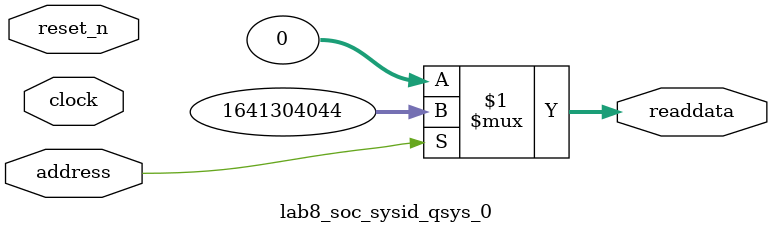
<source format=v>



// synthesis translate_off
`timescale 1ns / 1ps
// synthesis translate_on

// turn off superfluous verilog processor warnings 
// altera message_level Level1 
// altera message_off 10034 10035 10036 10037 10230 10240 10030 

module lab8_soc_sysid_qsys_0 (
               // inputs:
                address,
                clock,
                reset_n,

               // outputs:
                readdata
             )
;

  output  [ 31: 0] readdata;
  input            address;
  input            clock;
  input            reset_n;

  wire    [ 31: 0] readdata;
  //control_slave, which is an e_avalon_slave
  assign readdata = address ? 1641304044 : 0;

endmodule



</source>
